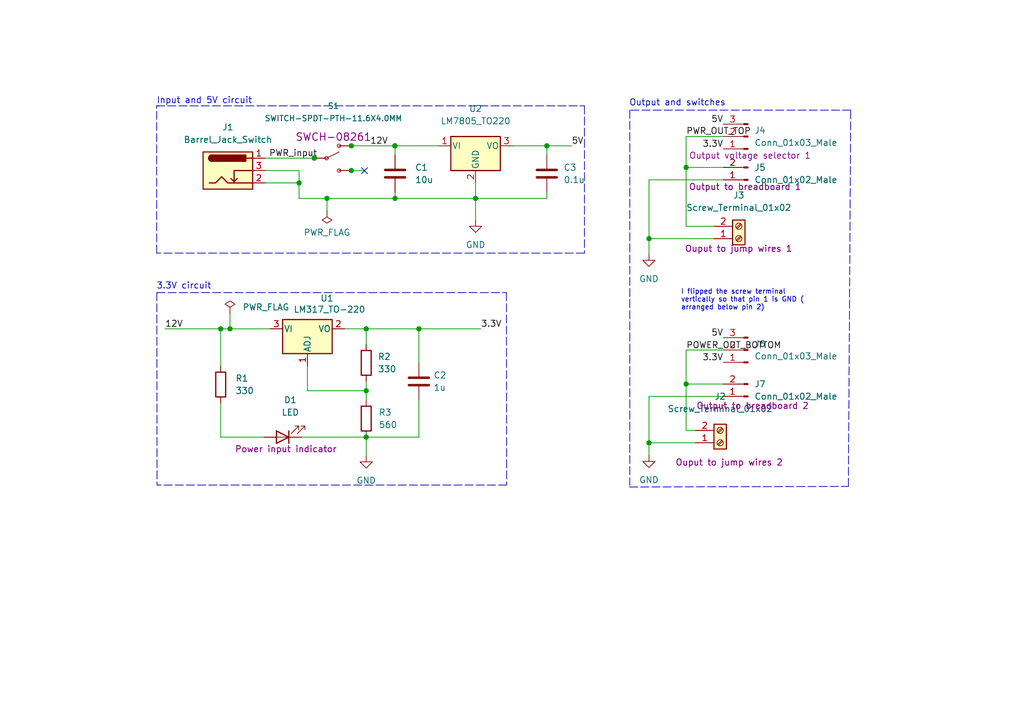
<source format=kicad_sch>
(kicad_sch (version 20211123) (generator eeschema)
  (paper "A5")
  (title_block (title "PCB breadboard power supply") (date "2022-07-19") (rev "V1.0") (comment 1 "Casper Tak"))
  (lib_symbols
    (symbol "Connector:Barrel_Jack_Switch" (pin_names hide)
      (property "Reference" "J" (at 0 5.334 0))
      (property "Value" "Barrel_Jack_Switch" (at 0 -5.08 0))
      (symbol "Barrel_Jack_Switch_0_1"
        (rectangle (start -5.08 3.81) (end 5.08 -3.81) (stroke (width 0.254)) (fill (type background)))
        (arc (start -3.302 3.175) (mid -3.937 2.54) (end -3.302 1.905) (stroke (width 0.254)))
        (arc (start -3.302 3.175) (mid -3.937 2.54) (end -3.302 1.905) (stroke (width 0.254)) (fill (type outline)))
        (polyline (pts (xy 1.27 -2.286) (xy 1.905 -1.651)) (stroke (width 0.254)))
        (polyline (pts (xy 5.08 2.54) (xy 3.81 2.54)) (stroke (width 0.254)))
        (polyline (pts (xy 5.08 0) (xy 1.27 0) (xy 1.27 -2.286) (xy 0.635 -1.651)) (stroke (width 0.254)))
        (polyline (pts (xy -3.81 -2.54) (xy -2.54 -2.54) (xy -1.27 -1.27) (xy 0 -2.54) (xy 2.54 -2.54) (xy 5.08 -2.54)) (stroke (width 0.254)))
        (rectangle (start 3.683 3.175) (end -3.302 1.905) (stroke (width 0.254)) (fill (type outline)))
      )
      (symbol "Barrel_Jack_Switch_1_1"
        (pin passive line (at 7.62 2.54 180) (length 2.54) (name "~") (number "1"))
        (pin passive line (at 7.62 -2.54 180) (length 2.54) (name "~") (number "2"))
        (pin passive line (at 7.62 0 180) (length 2.54) (name "~") (number "3"))
      )
    )
    (symbol "Connector:Conn_01x02_Male" (pin_names (offset 1.016) hide)
      (property "Reference" "J" (at 0 2.54 0))
      (property "Value" "Conn_01x02_Male" (at 0 -5.08 0))
      (symbol "Conn_01x02_Male_1_1"
        (polyline (pts (xy 1.27 -2.54) (xy 0.8636 -2.54)) (stroke (width 0.1524)))
        (polyline (pts (xy 1.27 0) (xy 0.8636 0)) (stroke (width 0.1524)))
        (rectangle (start 0.8636 -2.413) (end 0 -2.667) (stroke (width 0.1524)) (fill (type outline)))
        (rectangle (start 0.8636 0.127) (end 0 -0.127) (stroke (width 0.1524)) (fill (type outline)))
        (pin passive line (at 5.08 0 180) (length 3.81) (name "Pin_1") (number "1"))
        (pin passive line (at 5.08 -2.54 180) (length 3.81) (name "Pin_2") (number "2"))
      )
    )
    (symbol "Connector:Conn_01x03_Male" (pin_names (offset 1.016) hide)
      (property "Reference" "J" (at 0 5.08 0))
      (property "Value" "Conn_01x03_Male" (at 0 -5.08 0))
      (symbol "Conn_01x03_Male_1_1"
        (polyline (pts (xy 1.27 -2.54) (xy 0.8636 -2.54)) (stroke (width 0.1524)))
        (polyline (pts (xy 1.27 0) (xy 0.8636 0)) (stroke (width 0.1524)))
        (polyline (pts (xy 1.27 2.54) (xy 0.8636 2.54)) (stroke (width 0.1524)))
        (rectangle (start 0.8636 -2.413) (end 0 -2.667) (stroke (width 0.1524)) (fill (type outline)))
        (rectangle (start 0.8636 0.127) (end 0 -0.127) (stroke (width 0.1524)) (fill (type outline)))
        (rectangle (start 0.8636 2.667) (end 0 2.413) (stroke (width 0.1524)) (fill (type outline)))
        (pin passive line (at 5.08 2.54 180) (length 3.81) (name "Pin_1") (number "1"))
        (pin passive line (at 5.08 0 180) (length 3.81) (name "Pin_2") (number "2"))
        (pin passive line (at 5.08 -2.54 180) (length 3.81) (name "Pin_3") (number "3"))
      )
    )
    (symbol "Connector:Screw_Terminal_01x02" (pin_names (offset 1.016) hide)
      (property "Reference" "J" (at 0 2.54 0))
      (property "Value" "Screw_Terminal_01x02" (at 0 -5.08 0))
      (symbol "Screw_Terminal_01x02_1_1"
        (rectangle (start -1.27 1.27) (end 1.27 -3.81) (stroke (width 0.254)) (fill (type background)))
        (circle (center 0 -2.54) (radius 0.635) (stroke (width 0.1524)))
        (polyline (pts (xy -0.5334 -2.2098) (xy 0.3302 -3.048)) (stroke (width 0.1524)))
        (polyline (pts (xy -0.5334 0.3302) (xy 0.3302 -0.508)) (stroke (width 0.1524)))
        (polyline (pts (xy -0.3556 -2.032) (xy 0.508 -2.8702)) (stroke (width 0.1524)))
        (polyline (pts (xy -0.3556 0.508) (xy 0.508 -0.3302)) (stroke (width 0.1524)))
        (circle (center 0 0) (radius 0.635) (stroke (width 0.1524)))
        (pin passive line (at -5.08 0 0) (length 3.81) (name "Pin_1") (number "1"))
        (pin passive line (at -5.08 -2.54 0) (length 3.81) (name "Pin_2") (number "2"))
      )
    )
    (symbol "Device:C" (pin_numbers hide) (pin_names (offset 0.254))
      (property "Reference" "C" (at 0.635 2.54 0))
      (property "Value" "C" (at 0.635 -2.54 0))
      (symbol "C_0_1"
        (polyline (pts (xy -2.032 -0.762) (xy 2.032 -0.762)) (stroke (width 0.508)))
        (polyline (pts (xy -2.032 0.762) (xy 2.032 0.762)) (stroke (width 0.508)))
      )
      (symbol "C_1_1"
        (pin passive line (at 0 3.81 270) (length 2.794) (name "~") (number "1"))
        (pin passive line (at 0 -3.81 90) (length 2.794) (name "~") (number "2"))
      )
    )
    (symbol "Device:LED" (pin_numbers hide) (pin_names (offset 1.016) hide)
      (property "Reference" "D" (at 0 2.54 0))
      (property "Value" "LED" (at 0 -2.54 0))
      (symbol "LED_0_1"
        (polyline (pts (xy -1.27 -1.27) (xy -1.27 1.27)) (stroke (width 0.254)))
        (polyline (pts (xy -1.27 0) (xy 1.27 0)))
        (polyline (pts (xy 1.27 -1.27) (xy 1.27 1.27) (xy -1.27 0) (xy 1.27 -1.27)) (stroke (width 0.254)))
        (polyline (pts (xy -3.048 -0.762) (xy -4.572 -2.286) (xy -3.81 -2.286) (xy -4.572 -2.286) (xy -4.572 -1.524)))
        (polyline (pts (xy -1.778 -0.762) (xy -3.302 -2.286) (xy -2.54 -2.286) (xy -3.302 -2.286) (xy -3.302 -1.524)))
      )
      (symbol "LED_1_1"
        (pin passive line (at -3.81 0 0) (length 2.54) (name "K") (number "1"))
        (pin passive line (at 3.81 0 180) (length 2.54) (name "A") (number "2"))
      )
    )
    (symbol "Device:R" (pin_numbers hide) (pin_names (offset 0))
      (property "Reference" "R" (at 2.032 0 90))
      (property "Value" "R" (at 0 0 90))
      (symbol "R_0_1"
        (rectangle (start -1.016 -2.54) (end 1.016 2.54) (stroke (width 0.254)))
      )
      (symbol "R_1_1"
        (pin passive line (at 0 3.81 270) (length 1.27) (name "~") (number "1"))
        (pin passive line (at 0 -3.81 90) (length 1.27) (name "~") (number "2"))
      )
    )
    (symbol "Regulator_Linear:LM317_TO-220" (pin_names (offset 0.254))
      (property "Reference" "U" (at -3.81 3.175 0))
      (property "Value" "LM317_TO-220" (at 0 3.175 0))
      (symbol "LM317_TO-220_0_1"
        (rectangle (start -5.08 1.905) (end 5.08 -5.08) (stroke (width 0.254)) (fill (type background)))
      )
      (symbol "LM317_TO-220_1_1"
        (pin input line (at 0 -7.62 90) (length 2.54) (name "ADJ") (number "1"))
        (pin power_out line (at 7.62 0 180) (length 2.54) (name "VO") (number "2"))
        (pin power_in line (at -7.62 0 0) (length 2.54) (name "VI") (number "3"))
      )
    )
    (symbol "Regulator_Linear:LM7805_TO220" (pin_names (offset 0.254))
      (property "Reference" "U" (at -3.81 3.175 0))
      (property "Value" "LM7805_TO220" (at 0 3.175 0))
      (symbol "LM7805_TO220_0_1"
        (rectangle (start -5.08 1.905) (end 5.08 -5.08) (stroke (width 0.254)) (fill (type background)))
      )
      (symbol "LM7805_TO220_1_1"
        (pin power_in line (at -7.62 0 0) (length 2.54) (name "VI") (number "1"))
        (pin power_in line (at 0 -7.62 90) (length 2.54) (name "GND") (number "2"))
        (pin power_out line (at 7.62 0 180) (length 2.54) (name "VO") (number "3"))
      )
    )
    (symbol "SparkFun-Switches:SWITCH-SPDT-PTH-11.6X4.0MM" (pin_numbers hide) (pin_names (offset 1.016) hide)
      (property "Reference" "S" (at -2.54 3.81 0))
      (property "Value" "SWITCH-SPDT-PTH-11.6X4.0MM" (at -2.54 -5.08 0))
      (property "Field4" "SWCH-08261" (at 0 7.62 0))
      (symbol "SWITCH-SPDT-PTH-11.6X4.0MM_1_0"
        (polyline (pts (xy 0 0) (xy 2.54 1.27)))
        (polyline (pts (xy 2.54 -2.54) (xy 3.175 -2.54)))
        (polyline (pts (xy 2.54 2.54) (xy 3.175 2.54)))
      )
      (symbol "SWITCH-SPDT-PTH-11.6X4.0MM_1_1"
        (circle (center 0 0) (radius 0.3556))
        (circle (center 2.54 -2.54) (radius 0.3556))
        (circle (center 2.54 2.54) (radius 0.3556))
        (pin passive line (at 5.08 2.54 180) (length 2.54) (name "O") (number "1"))
        (pin passive line (at -2.54 0 0) (length 2.54) (name "P") (number "2"))
        (pin passive line (at 5.08 -2.54 180) (length 2.54) (name "S") (number "3"))
      )
    )
    (symbol "power:GND" (power) (pin_names (offset 0))
      (property "Value" "GND" (at 0 -3.81 0))
      (symbol "GND_0_1"
        (polyline (pts (xy 0 0) (xy 0 -1.27) (xy 1.27 -1.27) (xy 0 -2.54) (xy -1.27 -1.27) (xy 0 -1.27)))
      )
      (symbol "GND_1_1"
        (pin power_in line (at 0 0 270) (length 0) hide (name "GND") (number "1"))
      )
    )
    (symbol "power:PWR_FLAG" (power) (pin_numbers hide) (pin_names (offset 0) hide)
      (property "Value" "PWR_FLAG" (at 0 3.81 0))
      (symbol "PWR_FLAG_0_0"
        (pin power_out line (at 0 0 90) (length 0) (name "pwr") (number "1"))
      )
      (symbol "PWR_FLAG_0_1"
        (polyline (pts (xy 0 0) (xy 0 1.27) (xy -1.016 1.905) (xy 0 2.54) (xy 1.016 1.905) (xy 0 1.27)))
      )
    )
  )
  (junction (at 72.0598 35.0012))
  (junction (at 47.1678 67.4878))
  (junction (at 75.1078 67.4878))
  (junction (at 67.056 40.7162))
  (junction (at 81.026 29.9212))
  (junction (at 140.716 34.3662))
  (junction (at 75.1078 89.7128))
  (junction (at 75.1078 80.1878))
  (junction (at 72.0598 29.9212))
  (junction (at 45.2628 67.4878))
  (junction (at 81.026 40.7162))
  (junction (at 97.536 40.7162))
  (junction (at 140.716 78.8162))
  (junction (at 133.096 90.8812))
  (junction (at 64.4652 32.4104))
  (junction (at 133.096 48.9712))
  (junction (at 61.341 37.5412))
  (junction (at 64.4398 32.4612))
  (junction (at 80.9752 29.9212))
  (junction (at 112.141 29.9212))
  (junction (at 85.9028 67.4878))
  (no_connect (at 74.7522 35.0266))
  (wire (pts (xy 133.096 36.9062) (xy 133.096 48.9712)))
  (polyline (pts (xy 32.1818 60.0456) (xy 103.8606 60.0456)))
  (polyline (pts (xy 129.159 22.606) (xy 129.159 99.6442)))
  (wire (pts (xy 81.026 29.9212) (xy 81.026 31.8262)))
  (wire (pts (xy 112.141 29.9212) (xy 112.141 31.8262)))
  (wire (pts (xy 142.621 90.8812) (xy 133.096 90.8812)))
  (wire (pts (xy 54.356 32.4612) (xy 64.4398 32.4612)))
  (wire (pts (xy 61.341 35.0012) (xy 61.341 37.5412)))
  (wire (pts (xy 72.0852 35.0266) (xy 74.7522 35.0266)))
  (wire (pts (xy 97.536 40.7162) (xy 112.141 40.7162)))
  (wire (pts (xy 80.9752 29.9212) (xy 81.026 29.9212)))
  (wire (pts (xy 63.0428 80.1878) (xy 75.1078 80.1878)))
  (wire (pts (xy 140.716 46.4312) (xy 146.431 46.4312)))
  (polyline (pts (xy 119.8626 21.717) (xy 119.8626 51.943)))
  (polyline (pts (xy 173.99 99.822) (xy 174.4726 22.606)))
  (wire (pts (xy 140.716 34.3662) (xy 140.716 46.4312)))
  (wire (pts (xy 133.096 90.8812) (xy 133.096 93.4212)))
  (wire (pts (xy 47.1678 64.3128) (xy 47.1678 67.4878)))
  (wire (pts (xy 146.431 48.9712) (xy 133.096 48.9712)))
  (polyline (pts (xy 174.4726 22.606) (xy 129.159 22.606)))
  (wire (pts (xy 97.536 40.7162) (xy 97.536 45.1612)))
  (wire (pts (xy 64.4398 32.4612) (xy 64.516 32.4612)))
  (wire (pts (xy 133.096 48.9712) (xy 133.096 52.1462)))
  (wire (pts (xy 75.1078 89.7128) (xy 75.1078 93.5228)))
  (wire (pts (xy 45.2628 67.4878) (xy 47.1678 67.4878)))
  (wire (pts (xy 148.336 81.3562) (xy 133.096 81.3562)))
  (wire (pts (xy 61.341 40.7162) (xy 67.056 40.7162)))
  (wire (pts (xy 140.716 78.8162) (xy 148.336 78.8162)))
  (wire (pts (xy 75.1078 67.4878) (xy 75.1078 70.6628)))
  (wire (pts (xy 33.8328 67.4878) (xy 45.2628 67.4878)))
  (wire (pts (xy 105.156 29.9212) (xy 112.141 29.9212)))
  (wire (pts (xy 75.1078 67.4878) (xy 85.9028 67.4878)))
  (wire (pts (xy 85.9028 67.4878) (xy 98.6028 67.4878)))
  (wire (pts (xy 64.4398 32.4612) (xy 64.4652 32.4104)))
  (wire (pts (xy 148.336 36.9062) (xy 133.096 36.9062)))
  (wire (pts (xy 72.0344 29.9212) (xy 72.0598 29.9212)))
  (wire (pts (xy 148.336 34.3662) (xy 140.716 34.3662)))
  (polyline (pts (xy 32.131 21.717) (xy 32.7914 21.717)))
  (polyline (pts (xy 103.8606 60.0456) (xy 103.9114 99.5426)))
  (wire (pts (xy 72.0852 35.0266) (xy 72.0598 35.0012)))
  (wire (pts (xy 85.9028 82.0928) (xy 85.9028 89.7128)))
  (wire (pts (xy 81.026 39.4462) (xy 81.026 40.7162)))
  (wire (pts (xy 85.9028 67.4878) (xy 85.9028 74.4728)))
  (polyline (pts (xy 32.131 51.943) (xy 32.131 21.717)))
  (wire (pts (xy 67.056 40.7162) (xy 81.026 40.7162)))
  (wire (pts (xy 75.1078 78.2828) (xy 75.1078 80.1878)))
  (wire (pts (xy 61.7728 89.7128) (xy 75.1078 89.7128)))
  (wire (pts (xy 142.621 88.3412) (xy 140.716 88.3412)))
  (polyline (pts (xy 103.9114 99.5426) (xy 32.2072 99.5426)))
  (wire (pts (xy 133.096 81.3562) (xy 133.096 90.8812)))
  (polyline (pts (xy 32.1564 60.0456) (xy 32.2072 99.5426)))
  (polyline (pts (xy 119.8626 51.943) (xy 32.131 51.943)))
  (wire (pts (xy 112.141 29.9212) (xy 117.221 29.9212)))
  (wire (pts (xy 148.336 28.0162) (xy 140.716 28.0162)))
  (wire (pts (xy 54.356 37.5412) (xy 61.341 37.5412)))
  (wire (pts (xy 54.356 35.0012) (xy 61.341 35.0012)))
  (wire (pts (xy 45.2628 67.4878) (xy 45.2628 75.1078)))
  (wire (pts (xy 75.1078 80.1878) (xy 75.1078 82.0928)))
  (wire (pts (xy 61.341 37.5412) (xy 61.341 40.7162)))
  (wire (pts (xy 81.026 29.9212) (xy 89.916 29.9212)))
  (wire (pts (xy 81.026 40.7162) (xy 97.536 40.7162)))
  (wire (pts (xy 67.056 43.2562) (xy 67.056 40.7162)))
  (wire (pts (xy 75.1078 89.7128) (xy 85.9028 89.7128)))
  (wire (pts (xy 97.536 37.5412) (xy 97.536 40.7162)))
  (polyline (pts (xy 129.1082 99.949) (xy 173.99 99.822)))
  (wire (pts (xy 148.336 71.8312) (xy 140.716 71.8312)))
  (wire (pts (xy 63.0428 75.1078) (xy 63.0428 80.1878)))
  (wire (pts (xy 112.141 39.4462) (xy 112.141 40.7162)))
  (polyline (pts (xy 32.1056 21.717) (xy 119.8626 21.717)))
  (wire (pts (xy 140.716 71.8312) (xy 140.716 78.8162)))
  (wire (pts (xy 72.0598 29.9212) (xy 80.9752 29.9212)))
  (wire (pts (xy 47.1678 67.4878) (xy 55.4228 67.4878)))
  (wire (pts (xy 140.716 88.3412) (xy 140.716 78.8162)))
  (wire (pts (xy 45.2628 89.7128) (xy 54.1528 89.7128)))
  (wire (pts (xy 45.2628 82.7278) (xy 45.2628 89.7128)))
  (wire (pts (xy 140.716 28.0162) (xy 140.716 34.3662)))
  (wire (pts (xy 70.6628 67.4878) (xy 75.1078 67.4878)))
  (text "Input and 5V circuit" (at 32.0802 21.4884 0) (effects (font (size 1.27 1.27)) (justify left bottom)))
  (text "Output and switches" (at 129.0066 21.9456 0) (effects (font (size 1.27 1.27)) (justify left bottom)))
  (text "3.3V circuit" (at 32.0548 59.5376 0) (effects (font (size 1.27 1.27)) (justify left bottom)))
  (text "I flipped the screw terminal \nvertically so that pin 1 is GND (\narranged below pin 2)" (at 139.6238 63.8048 0) (effects (font (size 1 1)) (justify left bottom)))
  (label "3.3V" (at 98.6028 67.4878 0))
  (label "5V" (at 148.336 25.4762 180))
  (label "5V" (at 148.336 69.2912 180))
  (label "3.3V" (at 148.336 74.3712 180))
  (label "POWER_OUT_BOTTOM" (at 140.716 71.882 0))
  (label "PWR_input" (at 55.1434 32.4612 0))
  (label "12V" (at 33.8328 67.4878 0))
  (label "12V" (at 75.8952 29.9212 0))
  (label "3.3V" (at 148.336 30.5562 180))
  (label "5V" (at 117.221 29.9212 0))
  (label "PWR_OUT_TOP" (at 140.716 27.94 0))
  (symbol (lib_id "Regulator_Linear:LM317_TO-220") (at 63.0428 67.4878 0) (unit 1)
    (property "Reference" "U1" (at 67.056 61.214 0))
    (property "Value" "LM317_TO-220" (at 67.564 63.5 0))
    (property "Footprint" "Package_TO_SOT_THT:TO-220-3_Vertical" (effects hide))
    (property "Datasheet" "http://www.ti.com/lit/ds/symlink/lm317.pdf" (effects hide))
  )
  (symbol (lib_id "Regulator_Linear:LM7805_TO220") (at 97.536 29.9212 0) (unit 1)
    (property "Reference" "U2" (at 97.536 22.3012 0))
    (property "Value" "LM7805_TO220" (at 97.536 24.8412 0))
    (property "Footprint" "Package_TO_SOT_THT:TO-220-3_Vertical" (effects hide))
    (property "Datasheet" "https://www.onsemi.cn/PowerSolutions/document/MC7800-D.PDF" (effects hide))
  )
  (symbol (lib_id "Connector:Barrel_Jack_Switch") (at 46.736 35.0012 0) (unit 1)
    (property "Reference" "J1" (at 46.736 26.1112 0))
    (property "Value" "Barrel_Jack_Switch" (at 46.736 28.6512 0))
    (property "Footprint" "Connector_BarrelJack:BarrelJack_Horizontal" (effects hide))
  )
  (symbol (lib_id "Connector:Conn_01x02_Male") (at 153.416 36.9062 180) (unit 1)
    (property "Reference" "J5" (at 154.686 34.3661 0) (effects (justify right)))
    (property "Value" "Conn_01x02_Male" (at 154.686 36.9061 0) (effects (justify right)))
    (property "Footprint" "Connector_PinSocket_2.54mm:PinSocket_1x02_P2.54mm_Vertical" (effects hide))
    (property "Purpose" "Output to breadboard 1" (at 152.8064 38.3286 0))
  )
  (symbol (lib_id "power:PWR_FLAG") (at 47.1678 64.3128 0) (unit 1)
    (property "Reference" "#FLG0102" (effects hide))
    (property "Value" "PWR_FLAG" (at 49.7078 63.0427 0) (effects (justify left)))
  )
  (symbol (lib_id "Device:C") (at 85.9028 78.2828 0) (unit 1)
    (property "Reference" "C2" (at 88.9 77.0127 0) (effects (justify left)))
    (property "Value" "1u" (at 88.9 79.5527 0) (effects (justify left)))
    (property "Footprint" "Capacitor_THT:C_Disc_D3.0mm_W1.6mm_P2.50mm" (effects hide))
  )
  (symbol (lib_id "power:GND") (at 75.1078 93.5228 0) (unit 1)
    (property "Reference" "#PWR0102" (effects hide))
    (property "Value" "GND" (at 75.1078 98.6028 0))
  )
  (symbol (lib_id "Device:LED") (at 57.9628 89.7128 180) (unit 1)
    (property "Reference" "D1" (at 59.5503 82.0928 0))
    (property "Value" "LED" (at 59.5503 84.6328 0))
    (property "Footprint" "LED_THT:LED_D5.0mm" (effects hide))
    (property "Purpose" "Power input indicator" (at 58.6232 92.1512 0))
  )
  (symbol (lib_id "Connector:Conn_01x03_Male") (at 153.416 71.8312 180) (unit 1)
    (property "Reference" "J6" (at 154.686 70.5611 0) (effects (justify right)))
    (property "Value" "Conn_01x03_Male" (at 154.686 73.1011 0) (effects (justify right)))
    (property "Footprint" "Connector_PinSocket_2.54mm:PinSocket_1x03_P2.54mm_Vertical" (effects hide))
    (property "Purpose" "Output voltage selector 2" (effects hide))
  )
  (symbol (lib_id "power:GND") (at 133.096 52.1462 0) (unit 1)
    (property "Reference" "#PWR0104" (effects hide))
    (property "Value" "GND" (at 133.096 57.2262 0))
  )
  (symbol (lib_id "Device:C") (at 112.141 35.6362 0) (unit 1)
    (property "Reference" "C3" (at 115.57 34.3661 0) (effects (justify left)))
    (property "Value" "0.1u" (at 115.57 36.9061 0) (effects (justify left)))
    (property "Footprint" "Capacitor_THT:C_Disc_D3.0mm_W1.6mm_P2.50mm" (effects hide))
  )
  (symbol (lib_id "power:GND") (at 97.536 45.1612 0) (unit 1)
    (property "Reference" "#PWR0101" (effects hide))
    (property "Value" "GND" (at 97.536 50.2412 0))
  )
  (symbol (lib_id "Connector:Screw_Terminal_01x02") (at 151.511 48.9712 0) (mirror x) (unit 1)
    (property "Reference" "J3" (at 151.511 40.0812 0))
    (property "Value" "Screw_Terminal_01x02" (at 151.511 42.6212 0))
    (property "Footprint" "TerminalBlock:TerminalBlock_bornier-2_P5.08mm" (effects hide))
    (property "Purpose" "Ouput to jump wires 1" (at 151.4856 51.0032 0))
  )
  (symbol (lib_id "Device:R") (at 75.1078 74.4728 180) (unit 1)
    (property "Reference" "R2" (at 77.47 73.2027 0) (effects (justify right)))
    (property "Value" "330" (at 77.47 75.7427 0) (effects (justify right)))
    (property "Footprint" "Resistor_THT:R_Axial_DIN0204_L3.6mm_D1.6mm_P7.62mm_Horizontal" (effects hide))
  )
  (symbol (lib_id "Device:R") (at 45.2628 78.9178 180) (unit 1)
    (property "Reference" "R1" (at 48.26 77.6477 0) (effects (justify right)))
    (property "Value" "330" (at 48.26 80.1877 0) (effects (justify right)))
    (property "Footprint" "Resistor_THT:R_Axial_DIN0204_L3.6mm_D1.6mm_P7.62mm_Horizontal" (effects hide))
  )
  (symbol (lib_id "Connector:Screw_Terminal_01x02") (at 147.701 90.8812 0) (mirror x) (unit 1)
    (property "Reference" "J2" (at 147.701 81.3562 0))
    (property "Value" "Screw_Terminal_01x02" (at 147.701 83.8962 0))
    (property "Footprint" "TerminalBlock:TerminalBlock_bornier-2_P5.08mm" (effects hide))
    (property "Purpose" "Ouput to jump wires 2" (at 149.5552 94.869 0))
  )
  (symbol (lib_id "power:GND") (at 133.096 93.4212 0) (unit 1)
    (property "Reference" "#PWR0103" (effects hide))
    (property "Value" "GND" (at 133.096 98.5012 0))
  )
  (symbol (lib_id "Device:C") (at 81.026 35.6362 0) (unit 1)
    (property "Reference" "C1" (at 85.09 34.3661 0) (effects (justify left)))
    (property "Value" "10u" (at 85.09 36.9061 0) (effects (justify left)))
    (property "Footprint" "Resistor_THT:R_Axial_DIN0204_L3.6mm_D1.6mm_P7.62mm_Horizontal" (effects hide))
  )
  (symbol (lib_id "Device:R") (at 75.1078 85.9028 0) (unit 1)
    (property "Reference" "R3" (at 77.6478 84.6327 0) (effects (justify left)))
    (property "Value" "560" (at 77.6478 87.1727 0) (effects (justify left)))
    (property "Footprint" "Resistor_THT:R_Axial_DIN0204_L3.6mm_D1.6mm_P7.62mm_Horizontal" (effects hide))
  )
  (symbol (lib_id "Connector:Conn_01x03_Male") (at 153.416 28.0162 180) (unit 1)
    (property "Reference" "J4" (at 154.686 26.7461 0) (effects (justify right)))
    (property "Value" "Conn_01x03_Male" (at 154.686 29.2861 0) (effects (justify right)))
    (property "Footprint" "Connector_PinSocket_2.54mm:PinSocket_1x03_P2.54mm_Vertical" (effects hide))
    (property "Purpose" "Output voltage selector 1" (at 153.8224 31.9024 0))
  )
  (symbol (lib_id "Connector:Conn_01x02_Male") (at 153.416 81.3562 180) (unit 1)
    (property "Reference" "J7" (at 154.686 78.8161 0) (effects (justify right)))
    (property "Value" "Conn_01x02_Male" (at 154.686 81.3561 0) (effects (justify right)))
    (property "Footprint" "Connector_PinSocket_2.54mm:PinSocket_1x02_P2.54mm_Vertical" (effects hide))
    (property "Purpose" "Output to breadboard 2" (at 154.3558 83.2612 0))
  )
  (symbol (lib_id "power:PWR_FLAG") (at 67.056 43.2562 180) (unit 1)
    (property "Reference" "#FLG0101" (effects hide))
    (property "Value" "PWR_FLAG" (at 67.056 47.7012 0))
  )
  (symbol (lib_id "SparkFun-Switches:SWITCH-SPDT-PTH-11.6X4.0MM") (at 66.9798 32.4612 0) (unit 1)
    (property "Reference" "S1" (at 68.3895 21.7424 0) (effects (font (size 1.143 1.143))))
    (property "Value" "SWITCH-SPDT-PTH-11.6X4.0MM" (at 68.3895 24.2824 0) (effects (font (size 1.143 1.143))))
    (property "Footprint" "Button_Switch_THT:SW_Slide_1P2T_CK_OS102011MS2Q" (effects hide))
    (property "Field4" "SWCH-08261" (at 68.3895 28.0924 0) (effects (font (size 1.524 1.524))))
  )
)
</source>
